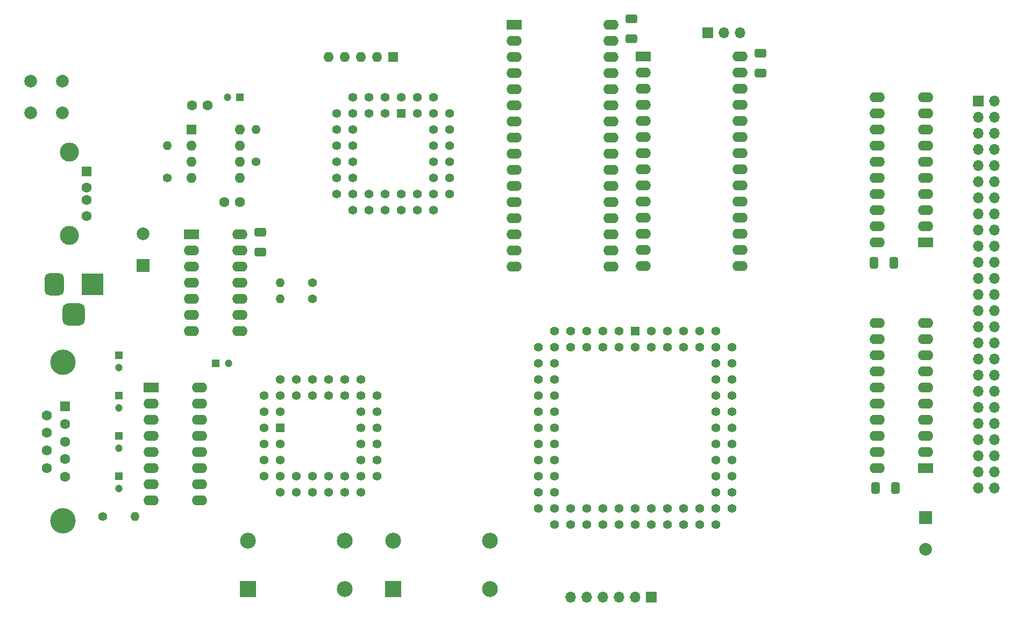
<source format=gbr>
%TF.GenerationSoftware,KiCad,Pcbnew,6.0.5-a6ca702e91~116~ubuntu20.04.1*%
%TF.CreationDate,2022-05-22T19:55:41+02:00*%
%TF.ProjectId,cpu_mem_cpld,6370755f-6d65-46d5-9f63-706c642e6b69,rev?*%
%TF.SameCoordinates,Original*%
%TF.FileFunction,Soldermask,Top*%
%TF.FilePolarity,Negative*%
%FSLAX46Y46*%
G04 Gerber Fmt 4.6, Leading zero omitted, Abs format (unit mm)*
G04 Created by KiCad (PCBNEW 6.0.5-a6ca702e91~116~ubuntu20.04.1) date 2022-05-22 19:55:41*
%MOMM*%
%LPD*%
G01*
G04 APERTURE LIST*
G04 Aperture macros list*
%AMRoundRect*
0 Rectangle with rounded corners*
0 $1 Rounding radius*
0 $2 $3 $4 $5 $6 $7 $8 $9 X,Y pos of 4 corners*
0 Add a 4 corners polygon primitive as box body*
4,1,4,$2,$3,$4,$5,$6,$7,$8,$9,$2,$3,0*
0 Add four circle primitives for the rounded corners*
1,1,$1+$1,$2,$3*
1,1,$1+$1,$4,$5*
1,1,$1+$1,$6,$7*
1,1,$1+$1,$8,$9*
0 Add four rect primitives between the rounded corners*
20,1,$1+$1,$2,$3,$4,$5,0*
20,1,$1+$1,$4,$5,$6,$7,0*
20,1,$1+$1,$6,$7,$8,$9,0*
20,1,$1+$1,$8,$9,$2,$3,0*%
G04 Aperture macros list end*
%ADD10R,1.700000X1.700000*%
%ADD11O,1.700000X1.700000*%
%ADD12RoundRect,0.250000X-0.650000X0.412500X-0.650000X-0.412500X0.650000X-0.412500X0.650000X0.412500X0*%
%ADD13C,1.400000*%
%ADD14O,1.400000X1.400000*%
%ADD15R,1.200000X1.200000*%
%ADD16C,1.200000*%
%ADD17R,1.600000X1.600000*%
%ADD18O,1.600000X1.600000*%
%ADD19R,1.422400X1.422400*%
%ADD20C,1.422400*%
%ADD21R,2.400000X1.600000*%
%ADD22O,2.400000X1.600000*%
%ADD23C,2.000000*%
%ADD24R,2.500000X2.500000*%
%ADD25C,2.500000*%
%ADD26RoundRect,0.250000X-0.412500X-0.650000X0.412500X-0.650000X0.412500X0.650000X-0.412500X0.650000X0*%
%ADD27R,3.500000X3.500000*%
%ADD28RoundRect,0.750000X-0.750000X-1.000000X0.750000X-1.000000X0.750000X1.000000X-0.750000X1.000000X0*%
%ADD29RoundRect,0.875000X-0.875000X-0.875000X0.875000X-0.875000X0.875000X0.875000X-0.875000X0.875000X0*%
%ADD30C,1.600000*%
%ADD31R,2.000000X2.000000*%
%ADD32R,1.500000X1.600000*%
%ADD33C,3.000000*%
%ADD34C,4.000000*%
G04 APERTURE END LIST*
D10*
%TO.C,P5*%
X215265000Y-65405000D03*
D11*
X217805000Y-65405000D03*
X215265000Y-67945000D03*
X217805000Y-67945000D03*
X215265000Y-70485000D03*
X217805000Y-70485000D03*
X215265000Y-73025000D03*
X217805000Y-73025000D03*
X215265000Y-75565000D03*
X217805000Y-75565000D03*
X215265000Y-78105000D03*
X217805000Y-78105000D03*
X215265000Y-80645000D03*
X217805000Y-80645000D03*
X215265000Y-83185000D03*
X217805000Y-83185000D03*
X215265000Y-85725000D03*
X217805000Y-85725000D03*
X215265000Y-88265000D03*
X217805000Y-88265000D03*
X215265000Y-90805000D03*
X217805000Y-90805000D03*
X215265000Y-93345000D03*
X217805000Y-93345000D03*
X215265000Y-95885000D03*
X217805000Y-95885000D03*
X215265000Y-98425000D03*
X217805000Y-98425000D03*
X215265000Y-100965000D03*
X217805000Y-100965000D03*
X215265000Y-103505000D03*
X217805000Y-103505000D03*
X215265000Y-106045000D03*
X217805000Y-106045000D03*
X215265000Y-108585000D03*
X217805000Y-108585000D03*
X215265000Y-111125000D03*
X217805000Y-111125000D03*
X215265000Y-113665000D03*
X217805000Y-113665000D03*
X215265000Y-116205000D03*
X217805000Y-116205000D03*
X215265000Y-118745000D03*
X217805000Y-118745000D03*
X215265000Y-121285000D03*
X217805000Y-121285000D03*
X215265000Y-123825000D03*
X217805000Y-123825000D03*
X215265000Y-126365000D03*
X217805000Y-126365000D03*
%TD*%
D12*
%TO.C,C10*%
X160655000Y-52412500D03*
X160655000Y-55537500D03*
%TD*%
D13*
%TO.C,R2*%
X110490000Y-96520000D03*
D14*
X105410000Y-96520000D03*
%TD*%
D13*
%TO.C,R5*%
X87630000Y-77470000D03*
D14*
X87630000Y-72390000D03*
%TD*%
D15*
%TO.C,C25*%
X80010000Y-105410000D03*
D16*
X80010000Y-107410000D03*
%TD*%
D10*
%TO.C,JP1*%
X172720000Y-54610000D03*
D11*
X175260000Y-54610000D03*
X177800000Y-54610000D03*
%TD*%
D17*
%TO.C,U6*%
X91450000Y-69860000D03*
D18*
X91450000Y-72400000D03*
X91450000Y-74940000D03*
X91450000Y-77480000D03*
X99070000Y-77480000D03*
X99070000Y-74940000D03*
X99070000Y-72400000D03*
X99070000Y-69860000D03*
%TD*%
D19*
%TO.C,U11*%
X105410000Y-116840000D03*
D20*
X102870000Y-119380000D03*
X105410000Y-119380000D03*
X102870000Y-121920000D03*
X105410000Y-121920000D03*
X102870000Y-124460000D03*
X105410000Y-127000000D03*
X105410000Y-124460000D03*
X107950000Y-127000000D03*
X107950000Y-124460000D03*
X110490000Y-127000000D03*
X110490000Y-124460000D03*
X113030000Y-127000000D03*
X113030000Y-124460000D03*
X115570000Y-127000000D03*
X115570000Y-124460000D03*
X118110000Y-127000000D03*
X120650000Y-124460000D03*
X118110000Y-124460000D03*
X120650000Y-121920000D03*
X118110000Y-121920000D03*
X120650000Y-119380000D03*
X118110000Y-119380000D03*
X120650000Y-116840000D03*
X118110000Y-116840000D03*
X120650000Y-114300000D03*
X118110000Y-114300000D03*
X120650000Y-111760000D03*
X118110000Y-109220000D03*
X118110000Y-111760000D03*
X115570000Y-109220000D03*
X115570000Y-111760000D03*
X113030000Y-109220000D03*
X113030000Y-111760000D03*
X110490000Y-109220000D03*
X110490000Y-111760000D03*
X107950000Y-109220000D03*
X107950000Y-111760000D03*
X105410000Y-109220000D03*
X102870000Y-111760000D03*
X105410000Y-111760000D03*
X102870000Y-114300000D03*
X105410000Y-114300000D03*
X102870000Y-116840000D03*
%TD*%
D10*
%TO.C,JTAG1*%
X163830000Y-143510000D03*
D11*
X161290000Y-143510000D03*
X158750000Y-143510000D03*
X156210000Y-143510000D03*
X153670000Y-143510000D03*
X151130000Y-143510000D03*
%TD*%
D15*
%TO.C,C4*%
X99060000Y-64770000D03*
D16*
X97060000Y-64770000D03*
%TD*%
D21*
%TO.C,U10*%
X207010000Y-87630000D03*
D22*
X207010000Y-85090000D03*
X207010000Y-82550000D03*
X207010000Y-80010000D03*
X207010000Y-77470000D03*
X207010000Y-74930000D03*
X207010000Y-72390000D03*
X207010000Y-69850000D03*
X207010000Y-67310000D03*
X207010000Y-64770000D03*
X199390000Y-64770000D03*
X199390000Y-67310000D03*
X199390000Y-69850000D03*
X199390000Y-72390000D03*
X199390000Y-74930000D03*
X199390000Y-77470000D03*
X199390000Y-80010000D03*
X199390000Y-82550000D03*
X199390000Y-85090000D03*
X199390000Y-87630000D03*
%TD*%
D23*
%TO.C,SW1*%
X71120000Y-62230000D03*
X71120000Y-67230000D03*
X66120000Y-62230000D03*
X66120000Y-67230000D03*
%TD*%
D24*
%TO.C,X2*%
X100330000Y-142240000D03*
D25*
X115570000Y-142240000D03*
X115570000Y-134620000D03*
X100330000Y-134620000D03*
%TD*%
D26*
%TO.C,C5*%
X198882000Y-90855800D03*
X202007000Y-90855800D03*
%TD*%
D21*
%TO.C,U9*%
X207010000Y-123190000D03*
D22*
X207010000Y-120650000D03*
X207010000Y-118110000D03*
X207010000Y-115570000D03*
X207010000Y-113030000D03*
X207010000Y-110490000D03*
X207010000Y-107950000D03*
X207010000Y-105410000D03*
X207010000Y-102870000D03*
X207010000Y-100330000D03*
X199390000Y-100330000D03*
X199390000Y-102870000D03*
X199390000Y-105410000D03*
X199390000Y-107950000D03*
X199390000Y-110490000D03*
X199390000Y-113030000D03*
X199390000Y-115570000D03*
X199390000Y-118110000D03*
X199390000Y-120650000D03*
X199390000Y-123190000D03*
%TD*%
D27*
%TO.C,CON1*%
X75850000Y-94292500D03*
D28*
X69850000Y-94292500D03*
D29*
X72850000Y-98992500D03*
%TD*%
D19*
%TO.C,U2*%
X161290000Y-101600000D03*
D20*
X161290000Y-104140000D03*
X158750000Y-101600000D03*
X158750000Y-104140000D03*
X156210000Y-101600000D03*
X156210000Y-104140000D03*
X153670000Y-101600000D03*
X153670000Y-104140000D03*
X151130000Y-101600000D03*
X151130000Y-104140000D03*
X148590000Y-101600000D03*
X146050000Y-104140000D03*
X148590000Y-104140000D03*
X146050000Y-106680000D03*
X148590000Y-106680000D03*
X146050000Y-109220000D03*
X148590000Y-109220000D03*
X146050000Y-111760000D03*
X148590000Y-111760000D03*
X146050000Y-114300000D03*
X148590000Y-114300000D03*
X146050000Y-116840000D03*
X148590000Y-116840000D03*
X146050000Y-119380000D03*
X148590000Y-119380000D03*
X146050000Y-121920000D03*
X148590000Y-121920000D03*
X146050000Y-124460000D03*
X148590000Y-124460000D03*
X146050000Y-127000000D03*
X148590000Y-127000000D03*
X146050000Y-129540000D03*
X148590000Y-132080000D03*
X148590000Y-129540000D03*
X151130000Y-132080000D03*
X151130000Y-129540000D03*
X153670000Y-132080000D03*
X153670000Y-129540000D03*
X156210000Y-132080000D03*
X156210000Y-129540000D03*
X158750000Y-132080000D03*
X158750000Y-129540000D03*
X161290000Y-132080000D03*
X161290000Y-129540000D03*
X163830000Y-132080000D03*
X163830000Y-129540000D03*
X166370000Y-132080000D03*
X166370000Y-129540000D03*
X168910000Y-132080000D03*
X168910000Y-129540000D03*
X171450000Y-132080000D03*
X171450000Y-129540000D03*
X173990000Y-132080000D03*
X176530000Y-129540000D03*
X173990000Y-129540000D03*
X176530000Y-127000000D03*
X173990000Y-127000000D03*
X176530000Y-124460000D03*
X173990000Y-124460000D03*
X176530000Y-121920000D03*
X173990000Y-121920000D03*
X176530000Y-119380000D03*
X173990000Y-119380000D03*
X176530000Y-116840000D03*
X173990000Y-116840000D03*
X176530000Y-114300000D03*
X173990000Y-114300000D03*
X176530000Y-111760000D03*
X173990000Y-111760000D03*
X176530000Y-109220000D03*
X173990000Y-109220000D03*
X176530000Y-106680000D03*
X173990000Y-106680000D03*
X176530000Y-104140000D03*
X173990000Y-101600000D03*
X173990000Y-104140000D03*
X171450000Y-101600000D03*
X171450000Y-104140000D03*
X168910000Y-101600000D03*
X168910000Y-104140000D03*
X166370000Y-101600000D03*
X166370000Y-104140000D03*
X163830000Y-101600000D03*
X163830000Y-104140000D03*
%TD*%
D24*
%TO.C,X1*%
X123190000Y-142240000D03*
D25*
X138430000Y-142240000D03*
X138430000Y-134620000D03*
X123190000Y-134620000D03*
%TD*%
D12*
%TO.C,C15*%
X180975000Y-57835000D03*
X180975000Y-60960000D03*
%TD*%
D30*
%TO.C,C2*%
X93980000Y-66040000D03*
X91480000Y-66040000D03*
%TD*%
D12*
%TO.C,C12*%
X102235000Y-86067500D03*
X102235000Y-89192500D03*
%TD*%
D21*
%TO.C,U3*%
X162555000Y-58405000D03*
D22*
X162555000Y-60945000D03*
X162555000Y-63485000D03*
X162555000Y-66025000D03*
X162555000Y-68565000D03*
X162555000Y-71105000D03*
X162555000Y-73645000D03*
X162555000Y-76185000D03*
X162555000Y-78725000D03*
X162555000Y-81265000D03*
X162555000Y-83805000D03*
X162555000Y-86345000D03*
X162555000Y-88885000D03*
X162555000Y-91425000D03*
X177795000Y-91425000D03*
X177795000Y-88885000D03*
X177795000Y-86345000D03*
X177795000Y-83805000D03*
X177795000Y-81265000D03*
X177795000Y-78725000D03*
X177795000Y-76185000D03*
X177795000Y-73645000D03*
X177795000Y-71105000D03*
X177795000Y-68565000D03*
X177795000Y-66025000D03*
X177795000Y-63485000D03*
X177795000Y-60945000D03*
X177795000Y-58405000D03*
%TD*%
D21*
%TO.C,U4*%
X142260000Y-53340000D03*
D22*
X142260000Y-55880000D03*
X142260000Y-58420000D03*
X142260000Y-60960000D03*
X142260000Y-63500000D03*
X142260000Y-66040000D03*
X142260000Y-68580000D03*
X142260000Y-71120000D03*
X142260000Y-73660000D03*
X142260000Y-76200000D03*
X142260000Y-78740000D03*
X142260000Y-81280000D03*
X142260000Y-83820000D03*
X142260000Y-86360000D03*
X142260000Y-88900000D03*
X142260000Y-91440000D03*
X157500000Y-91440000D03*
X157500000Y-88900000D03*
X157500000Y-86360000D03*
X157500000Y-83820000D03*
X157500000Y-81280000D03*
X157500000Y-78740000D03*
X157500000Y-76200000D03*
X157500000Y-73660000D03*
X157500000Y-71120000D03*
X157500000Y-68580000D03*
X157500000Y-66040000D03*
X157500000Y-63500000D03*
X157500000Y-60960000D03*
X157500000Y-58420000D03*
X157500000Y-55880000D03*
X157500000Y-53340000D03*
%TD*%
D31*
%TO.C,C18*%
X207010000Y-130982300D03*
D23*
X207010000Y-135982300D03*
%TD*%
D13*
%TO.C,R6*%
X101600000Y-74930000D03*
D14*
X101600000Y-69850000D03*
%TD*%
D15*
%TO.C,C21*%
X80010000Y-118110000D03*
D16*
X80010000Y-120110000D03*
%TD*%
D21*
%TO.C,U5*%
X91425000Y-86355000D03*
D22*
X91425000Y-88895000D03*
X91425000Y-91435000D03*
X91425000Y-93975000D03*
X91425000Y-96515000D03*
X91425000Y-99055000D03*
X91425000Y-101595000D03*
X99045000Y-101595000D03*
X99045000Y-99055000D03*
X99045000Y-96515000D03*
X99045000Y-93975000D03*
X99045000Y-91435000D03*
X99045000Y-88895000D03*
X99045000Y-86355000D03*
%TD*%
D32*
%TO.C,J1*%
X74930000Y-76510000D03*
D30*
X74930000Y-79010000D03*
X74930000Y-81010000D03*
X74930000Y-83510000D03*
D33*
X72220000Y-86580000D03*
X72220000Y-73440000D03*
%TD*%
D15*
%TO.C,C20*%
X80010000Y-111760000D03*
D16*
X80010000Y-113760000D03*
%TD*%
D26*
%TO.C,C8*%
X199097500Y-126365000D03*
X202222500Y-126365000D03*
%TD*%
D15*
%TO.C,C17*%
X95250000Y-106680000D03*
D16*
X97250000Y-106680000D03*
%TD*%
D30*
%TO.C,C3*%
X99060000Y-81280000D03*
X96560000Y-81280000D03*
%TD*%
D17*
%TO.C,RN1*%
X123210000Y-58420000D03*
D18*
X120670000Y-58420000D03*
X118130000Y-58420000D03*
X115590000Y-58420000D03*
X113050000Y-58420000D03*
%TD*%
D13*
%TO.C,R3*%
X77470000Y-130810000D03*
D14*
X82550000Y-130810000D03*
%TD*%
D21*
%TO.C,U13*%
X85075000Y-110505000D03*
D22*
X85075000Y-113045000D03*
X85075000Y-115585000D03*
X85075000Y-118125000D03*
X85075000Y-120665000D03*
X85075000Y-123205000D03*
X85075000Y-125745000D03*
X85075000Y-128285000D03*
X92695000Y-128285000D03*
X92695000Y-125745000D03*
X92695000Y-123205000D03*
X92695000Y-120665000D03*
X92695000Y-118125000D03*
X92695000Y-115585000D03*
X92695000Y-113045000D03*
X92695000Y-110505000D03*
%TD*%
D34*
%TO.C,J3*%
X71194000Y-131540300D03*
X71194000Y-106540300D03*
D17*
X71494000Y-113500300D03*
D30*
X71494000Y-116270300D03*
X71494000Y-119040300D03*
X71494000Y-121810300D03*
X71494000Y-124580300D03*
X68654000Y-114885300D03*
X68654000Y-117655300D03*
X68654000Y-120425300D03*
X68654000Y-123195300D03*
%TD*%
D15*
%TO.C,C23*%
X80010000Y-124460000D03*
D16*
X80010000Y-126460000D03*
%TD*%
D19*
%TO.C,U1*%
X124460000Y-67310000D03*
D20*
X121920000Y-64770000D03*
X121920000Y-67310000D03*
X119380000Y-64770000D03*
X119380000Y-67310000D03*
X116840000Y-64770000D03*
X114300000Y-67310000D03*
X116840000Y-67310000D03*
X114300000Y-69850000D03*
X116840000Y-69850000D03*
X114300000Y-72390000D03*
X116840000Y-72390000D03*
X114300000Y-74930000D03*
X116840000Y-74930000D03*
X114300000Y-77470000D03*
X116840000Y-77470000D03*
X114300000Y-80010000D03*
X116840000Y-82550000D03*
X116840000Y-80010000D03*
X119380000Y-82550000D03*
X119380000Y-80010000D03*
X121920000Y-82550000D03*
X121920000Y-80010000D03*
X124460000Y-82550000D03*
X124460000Y-80010000D03*
X127000000Y-82550000D03*
X127000000Y-80010000D03*
X129540000Y-82550000D03*
X132080000Y-80010000D03*
X129540000Y-80010000D03*
X132080000Y-77470000D03*
X129540000Y-77470000D03*
X132080000Y-74930000D03*
X129540000Y-74930000D03*
X132080000Y-72390000D03*
X129540000Y-72390000D03*
X132080000Y-69850000D03*
X129540000Y-69850000D03*
X132080000Y-67310000D03*
X129540000Y-64770000D03*
X129540000Y-67310000D03*
X127000000Y-64770000D03*
X127000000Y-67310000D03*
X124460000Y-64770000D03*
%TD*%
D13*
%TO.C,R1*%
X110490000Y-93980000D03*
D14*
X105410000Y-93980000D03*
%TD*%
D31*
%TO.C,C16*%
X83820000Y-91267700D03*
D23*
X83820000Y-86267700D03*
%TD*%
M02*

</source>
